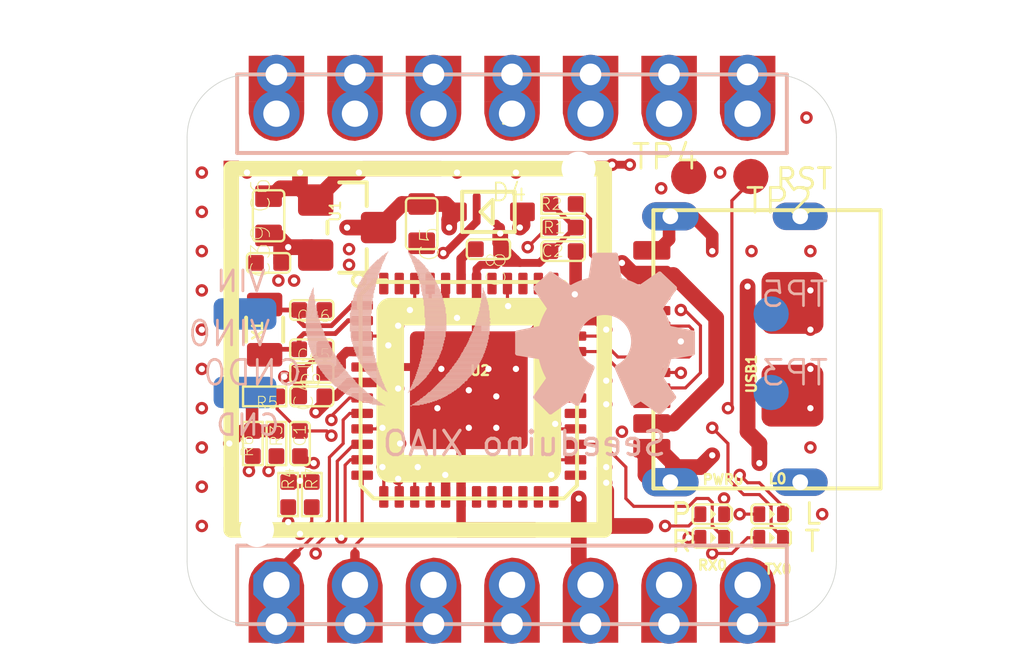
<source format=kicad_pcb>
(kicad_pcb (version 20221018) (generator pcbnew)
  (layers (0 "F.Cu" signal) (1 "In1.Cu" signal) (2 "In2.Cu" signal) (3 "In3.Cu" signal) (4 "In4.Cu" signal) (31 "B.Cu" signal) (34 "B.Paste" user) (35 "F.Paste" user) (36 "B.SilkS" user "B.Silkscreen") (37 "F.SilkS" user "F.Silkscreen") (38 "B.Mask" user) (39 "F.Mask" user) (44 "Edge.Cuts" user))
  (net 0 "")
  (net 1 "GND")
  (net 2 "3V3")
  (net 3 "USB_D-")
  (net 4 "USB_D+")
  (net 5 "RESET")
  (net 6 "N$3")
  (net 7 "PA17_W13")
  (net 8 "N$16")
  (net 9 "5V")
  (net 10 "PA31_SWDIO")
  (net 11 "PA30_SWCLK")
  (net 12 "N$1")
  (net 13 "N$2")
  (net 14 "N$5")
  (net 15 "N$7")
  (net 16 "N$11")
  (net 17 "PA02_A0_D0")
  (net 18 "PA4_A1_D1")
  (net 19 "PA10_A2_D2")
  (net 20 "N$4")
  (net 21 "PA8_A4_D4_SDA")
  (net 22 "PA9_A5_D5_SCL")
  (net 23 "PA6_A10_D10_MOSI")
  (net 24 "PA11_A3_D3")
  (net 25 "N$9")
  (net 26 "N$6")
  (net 27 "PB08_A6_D6_TX")
  (net 28 "PA19_TX_LED")
  (net 29 "PA18_RX_LED")
  (net 30 "PB09_A7_D7_RX")
  (net 31 "PA7_A8_D8_SCK")
  (net 32 "PA5_A9_D9_MISO")
  (net 33 "VBUS")
  (footprint "TP-D45MIL" (layer "F.Cu") (at 154.2241 99.4156)
    (fp_text reference "TP4")
    (fp_text value "" hide)
  )
  (footprint "R0402" (layer "F.Cu") (at 141.2701 109.7026 -90)
    (fp_text reference "R4")
    (fp_text value "1k")
  )
  (footprint "USB2.0-TYPE-C" (layer "F.Cu") (at 153.0811 105.0036 180)
    (fp_text reference "USB1")
    (fp_text value "")
  )
  (footprint "R0402" (layer "F.Cu") (at 140.5081 106.5276)
    (fp_text reference "R5")
    (fp_text value "10k")
  )
  (footprint "R0402" (layer "F.Cu") (at 142.0321 109.7026 -90)
    (fp_text reference "R7")
    (fp_text value "1k")
  )
  (footprint "LED-0402" (layer "F.Cu") (at 156.8911 110.3376)
    (fp_text reference "L0")
    (fp_text value "YELLOW")
  )
  (footprint "LED-0402" (layer "F.Cu") (at 154.9861 111.0996)
    (fp_text reference "RX0")
    (fp_text value "BLUE")
  )
  (footprint "C0402" (layer "F.Cu") (at 142.0321 103.7336 180)
    (fp_text reference "C46")
    (fp_text value "12pF")
  )
  (footprint "C0603" (layer "F.Cu") (at 145.5881 100.9396 90)
    (fp_text reference "C5")
    (fp_text value "10uF")
  )
  (footprint "LED-0402" (layer "F.Cu") (at 156.8911 111.0996)
    (fp_text reference "TX0")
    (fp_text value "BLUE")
  )
  (footprint "QFN48-7X7" (layer "F.Cu") (at 147.1121 106.3276)
    (fp_text reference "U2")
    (fp_text value "ATSAMD21G18-QFN48")
  )
  (footprint "H7-HALF-HOLE-2.54" (layer "F.Cu") (at 148.5091 112.6236 90)
    (fp_text reference "J4" hide)
    (fp_text value "DNP")
  )
  (footprint "H7-HALF-HOLE-2.54" (layer "F.Cu") (at 148.5091 97.3836 -90)
    (fp_text reference "J2")
    (fp_text value "DNP")
  )
  (footprint "R0402" (layer "F.Cu") (at 150.1601 100.3046)
    (fp_text reference "R2")
    (fp_text value "5.1k")
  )
  (footprint "X2-SMD-L2.0X1.2X0.55MM" (layer "F.Cu") (at 140.5081 104.3686 -90)
    (fp_text reference "X1")
    (fp_text value "32.768KHz")
  )
  (footprint "C0402" (layer "F.Cu") (at 141.6511 108.0516 -90)
    (fp_text reference "C1")
    (fp_text value "100nF")
  )
  (footprint "SOT-23" (layer "F.Cu") (at 143.1751 101.0666 -90)
    (fp_text reference "U1")
    (fp_text value "XC6206P332MR")
  )
  (footprint "SOD323" (layer "F.Cu") (at 147.7471 100.5586 180)
    (fp_text reference "D4")
    (fp_text value "B0540WS-7")
  )
  (footprint "C0402" (layer "F.Cu") (at 140.6351 102.2096)
    (fp_text reference "C39")
    (fp_text value "100nF")
  )
  (footprint "C0402" (layer "F.Cu") (at 142.0321 106.5276)
    (fp_text reference "C41")
    (fp_text value "100nF")
  )
  (footprint "SHIELDING-COVER-12.3X11.9X0.2MM" (layer "F.Cu") (at 145.4611 105.0036)
    (fp_text reference "MP1" hide)
    (fp_text value "" hide)
  )
  (footprint "LED-0402" (layer "F.Cu") (at 154.9861 110.3376)
    (fp_text reference "PWR0")
    (fp_text value "GREEN")
  )
  (footprint "R0402" (layer "F.Cu") (at 140.1271 108.0516 -90)
    (fp_text reference "R6")
    (fp_text value "1k")
  )
  (footprint "TP-D45MIL" (layer "F.Cu") (at 156.2341 99.4156 90)
    (fp_text reference "TP2")
    (fp_text value "" hide)
  )
  (footprint "C0402" (layer "F.Cu") (at 147.7471 101.7651 180)
    (fp_text reference "C8")
    (fp_text value "1uF")
  )
  (footprint "C0603" (layer "F.Cu") (at 140.6351 100.6856 -90)
    (fp_text reference "C6")
    (fp_text value "10uF")
  )
  (footprint "R0402" (layer "F.Cu") (at 140.8891 108.0516 -90)
    (fp_text reference "R3")
    (fp_text value "1k")
  )
  (footprint "C0402" (layer "F.Cu") (at 142.0321 105.0036 180)
    (fp_text reference "C45")
    (fp_text value "12pF")
  )
  (footprint "C0402" (layer "F.Cu") (at 150.1601 101.8286)
    (fp_text reference "C2")
    (fp_text value "100nF")
  )
  (footprint "R0402" (layer "F.Cu") (at 150.1601 101.0666)
    (fp_text reference "R1")
    (fp_text value "5.1k")
  )
  (footprint "C0402" (layer "F.Cu") (at 142.0321 105.7656)
    (fp_text reference "C9")
    (fp_text value "1uF")
  )
  (footprint "TP-D45MIL" (layer "B.Cu") (at 156.8911 103.8606 180)
    (fp_text reference "TP5")
    (fp_text value "" hide)
  )
  (footprint "OSHW_FILLX200_NOTEXT" (layer "B.Cu") (at 154.3511 107.0356 180)
    (fp_text reference "LOGO1" hide)
    (fp_text value "LOGO-OSHW-FILLX0200-NT" hide)
  )
  (footprint "TP-80X40MIL" (layer "B.Cu") (at 139.8731 106.4006 180)
    (fp_text reference "GND0")
    (fp_text value "" hide)
  )
  (footprint "TP-D45MIL" (layer "B.Cu") (at 156.8911 106.4006 180)
    (fp_text reference "TP3")
    (fp_text value "" hide)
  )
  (footprint "SEEED-SILK-280*268MIL" (layer "B.Cu") (at 144.8261 105.1306 180)
    (fp_text reference "U$3" hide)
    (fp_text value "LOGO-SEEED-BIG-SILK" hide)
  )
  (footprint "TP-80X40MIL" (layer "B.Cu") (at 139.8731 103.8606)
    (fp_text reference "VIN0")
    (fp_text value "" hide)
  )
  (gr_line (start 140.0331 113.8936) (end 156.9691 113.8936) (stroke (width 0.0254)) (layer "Edge.Cuts"))
  (gr_line (start 159.0011 111.8616) (end 159.0011 98.1456) (stroke (width 0.0254)) (layer "Edge.Cuts"))
  (gr_arc (start 159.0011 111.8616) (mid 158.405941 113.298441) (end 156.9691 113.8936) (stroke (width 0.0254)) (layer "Edge.Cuts"))
  (gr_line (start 156.9691 96.1136) (end 140.0331 96.1136) (stroke (width 0.0254)) (layer "Edge.Cuts"))
  (gr_line (start 138.0011 98.1456) (end 138.0011 111.8616) (stroke (width 0.0254)) (layer "Edge.Cuts"))
  (gr_arc (start 140.0331 113.8936) (mid 138.596259 113.298441) (end 138.0011 111.8616) (stroke (width 0.0254)) (layer "Edge.Cuts"))
  (gr_arc (start 138.0011 98.1456) (mid 138.596259 96.708759) (end 140.0331 96.1136) (stroke (width 0.0254)) (layer "Edge.Cuts"))
  (gr_arc (start 156.9691 96.1136) (mid 158.405941 96.708759) (end 159.0011 98.1456) (stroke (width 0.0254)) (layer "Edge.Cuts"))
  (gr_text "GND" (at 138.8825 107.061) (layer "B.SilkS") (effects (font (size 0.67056 0.67056) (thickness 0.09144)) (justify right top mirror)))
  (gr_text "VIN" (at 138.8825 102.4128) (layer "B.SilkS") (effects (font (size 0.67056 0.67056) (thickness 0.09144)) (justify right top mirror)))
  (gr_text "Seeeduino XIAO" (at 153.5637 108.5088) (layer "B.SilkS") (effects (font (size 0.78232 0.78232) (thickness 0.10668)) (justify left bottom mirror)))
  (gr_text "L" (at 157.9071 110.7186) (layer "F.SilkS") (effects (font (size 0.67056 0.67056) (thickness 0.09144)) (justify left bottom)))
  (gr_text "P" (at 153.5891 110.7186) (layer "F.SilkS") (effects (font (size 0.67056 0.67056) (thickness 0.09144)) (justify left bottom)))
  (gr_text "T" (at 157.9071 111.6076) (layer "F.SilkS") (effects (font (size 0.67056 0.67056) (thickness 0.09144)) (justify left bottom)))
  (gr_text "RST" (at 157.9579 99.4918) (layer "F.SilkS") (effects (font (size 0.67056 0.67056) (thickness 0.09144))))
  (gr_text "R" (at 153.5891 111.6076) (layer "F.SilkS") (effects (font (size 0.67056 0.67056) (thickness 0.09144)) (justify left bottom)))
  (segment (start 146.0841 105.7776) (end 146.2231 105.6386) (width 0.254) (layer "F.Cu") (net 1))
  (segment (start 147.4931 102.2731) (end 148.0011 102.2731) (width 0.254) (layer "F.Cu") (net 1))
  (segment (start 151.5571 110.5916) (end 151.6841 110.7186) (width 0.508) (layer "F.Cu") (net 1))
  (segment (start 141.0161 99.7966) (end 141.6511 99.7966) (width 0.508) (layer "F.Cu") (net 1))
  (segment (start 148.1281 101.0666) (end 148.0011 100.9396) (width 0.254) (layer "F.Cu") (net 1))
  (segment (start 148.1535 101.7651) (end 148.1535 101.219) (width 0.254) (layer "F.Cu") (net 1))
  (segment (start 153.0311 101.8036) (end 153.2331 101.8036) (width 0.4064) (layer "F.Cu") (net 1))
  (segment (start 143.5561 99.2886) (end 143.0481 99.2886) (width 0.508) (layer "F.Cu") (net 1))
  (segment (start 151.3091 109.8236) (end 151.3031 109.8296) (width 0.1016) (layer "F.Cu") (net 1))
  (segment (start 150.5411 101.0666) (end 149.7791 101.8286) (width 0.1524) (layer "F.Cu") (net 1))
  (segment (start 141.1431 105.8926) (end 141.4987 105.8926) (width 0.3048) (layer "F.Cu") (net 1))
  (segment (start 150.5411 101.0666) (end 149.7791 100.3046) (width 0.1524) (layer "F.Cu") (net 1))
  (segment (start 150.5621 104.0776) (end 151.2661 104.0776) (width 0.3048) (layer "F.Cu") (net 1))
  (segment (start 141.4987 105.8926) (end 141.6257 105.7656) (width 0.3048) (layer "F.Cu") (net 1))
  (segment (start 153.7161 109.3216) (end 153.0811 109.3216) (width 0.508) (layer "F.Cu") (net 1))
  (segment (start 147.3621 102.5946) (end 147.3621 102.4041) (width 0.254) (layer "F.Cu") (net 1))
  (segment (start 150.5665 101.0666) (end 150.5411 101.0666) (width 0.1524) (layer "F.Cu") (net 1))
  (segment (start 153.7161 108.6866) (end 153.7161 108.8136) (width 0.508) (layer "F.Cu") (net 1))
  (segment (start 140.7621 100.0506) (end 141.0161 99.7966) (width 0.508) (layer "F.Cu") (net 1))
  (segment (start 142.4385 105.0036) (end 142.4131 105.0036) (width 0.1524) (layer "F.Cu") (net 1))
  (segment (start 146.2866 101.8921) (end 146.3501 101.8921) (width 0.254) (layer "F.Cu") (net 1))
  (segment (start 148.7631 102.2096) (end 148.2551 102.2096) (width 0.254) (layer "F.Cu") (net 1))
  (segment (start 154.6051 108.8136) (end 153.7161 108.8136) (width 0.508) (layer "F.Cu") (net 1))
  (segment (start 141.6765 108.458) (end 141.9051 108.6866) (width 0.3048) (layer "F.Cu") (net 1))
  (segment (start 146.8621 107.7936) (end 147.1121 107.5436) (width 0.3048) (layer "F.Cu") (net 1))
  (segment (start 148.6361 102.0826) (end 148.2551 102.0826) (width 0.254) (layer "F.Cu") (net 1))
  (segment (start 148.3821 105.2576) (end 148.2551 105.2576) (width 0.3048) (layer "F.Cu") (net 1))
  (segment (start 148.1535 101.219) (end 148.1281 101.1936) (width 0.254) (layer "F.Cu") (net 1))
  (segment (start 148.1281 101.2571) (end 148.1281 101.1936) (width 0.3048) (layer "F.Cu") (net 1))
  (segment (start 154.9861 101.3206) (end 154.9861 101.8286) (width 0.4064) (layer "F.Cu") (net 1))
  (segment (start 143.6621 105.5776) (end 146.1621 105.5776) (width 0.254) (layer "F.Cu") (net 1))
  (segment (start 148.0011 102.2731) (end 148.1535 102.1207) (width 0.254) (layer "F.Cu") (net 1))
  (segment (start 151.2661 104.0776) (end 151.5571 104.3686) (width 0.3048) (layer "F.Cu") (net 1))
  (segment (start 149.7537 100.3046) (end 149.7791 100.3046) (width 0.1524) (layer "F.Cu") (net 1))
  (segment (start 142.0321 100.1776) (end 141.6511 99.7966) (width 0.508) (layer "F.Cu") (net 1))
  (segment (start 148.1535 101.7651) (end 148.1535 102.1207) (width 0.254) (layer "F.Cu") (net 1))
  (segment (start 141.9051 108.6866) (end 142.0321 108.6866) (width 0.3048) (layer "F.Cu") (net 1))
  (segment (start 141.6511 105.7656) (end 142.4131 105.0036) (width 0.1524) (layer "F.Cu") (net 1))
  (segment (start 148.1535 101.7651) (end 148.3186 101.7651) (width 0.254) (layer "F.Cu") (net 1))
  (segment (start 152.8271 108.4326) (end 152.7001 108.3056) (width 0.508) (layer "F.Cu") (net 1))
  (segment (start 148.1535 101.092) (end 148.1281 101.0666) (width 0.254) (layer "F.Cu") (net 1))
  (segment (start 154.3511 100.6856) (end 154.9861 101.3206) (width 0.4064) (layer "F.Cu") (net 1))
  (segment (start 154.6051 108.8136) (end 154.9861 108.4326) (width 0.508) (layer "F.Cu") (net 1))
  (segment (start 141.6511 99.7966) (end 141.6511 99.2886) (width 0.508) (layer "F.Cu") (net 1))
  (segment (start 148.7631 102.2096) (end 148.6361 102.0826) (width 0.254) (layer "F.Cu") (net 1))
  (segment (start 148.1535 101.7651) (end 148.1535 101.727) (width 0.254) (layer "F.Cu") (net 1))
  (segment (start 140.6351 100.0506) (end 140.7621 100.0506) (width 0.508) (layer "F.Cu") (net 1))
  (segment (start 151.6841 110.7186) (end 152.8271 110.7186) (width 0.508) (layer "F.Cu") (net 1))
  (segment (start 149.7537 101.854) (end 149.3981 102.2096) (width 0.254) (layer "F.Cu") (net 1))
  (segment (start 141.6511 108.458) (end 141.6765 108.458) (width 0.3048) (layer "F.Cu") (net 1))
  (segment (start 147.3661 100.8761) (end 147.3661 100.0506) (width 0.254) (layer "F.Cu") (net 1))
  (segment (start 149.7537 101.8286) (end 149.7537 101.854) (width 0.254) (layer "F.Cu") (net 1))
  (segment (start 149.7537 101.8286) (end 149.7791 101.8286) (width 0.1524) (layer "F.Cu") (net 1))
  (segment (start 146.8621 109.7776) (end 146.8621 107.7936) (width 0.3048) (layer "F.Cu") (net 1))
  (segment (start 151.4301 109.8296) (end 151.4876 109.8296) (width 0.1016) (layer "F.Cu") (net 1))
  (segment (start 153.5891 101.4476) (end 153.5891 100.6856) (width 0.4064) (layer "F.Cu") (net 1))
  (segment (start 150.5621 104.0776) (end 149.5621 104.0776) (width 0.3048) (layer "F.Cu") (net 1))
  (segment (start 142.1591 100.1776) (end 143.0481 99.2886) (width 0.508) (layer "F.Cu") (net 1))
  (segment (start 153.0811 109.3216) (end 152.8271 109.0676) (width 0.508) (layer "F.Cu") (net 1))
  (segment (start 153.5891 100.6856) (end 154.3511 100.6856) (width 0.4064) (layer "F.Cu") (net 1))
  (segment (start 147.3621 105.2536) (end 147.7471 105.6386) (width 0.3048) (layer "F.Cu") (net 1))
  (segment (start 151.5571 108.8136) (end 151.5571 109.5756) (width 0.1016) (layer "F.Cu") (net 1))
  (segment (start 141.6257 106.5276) (end 141.6257 105.791) (width 0.4064) (layer "F.Cu") (net 1))
  (segment (start 148.6361 102.0826) (end 148.3186 101.7651) (width 0.254) (layer "F.Cu") (net 1))
  (segment (start 146.8621 109.7776) (end 146.8621 110.7226) (width 0.3048) (layer "F.Cu") (net 1))
  (segment (start 153.2331 101.8036) (end 153.5891 101.4476) (width 0.4064) (layer "F.Cu") (net 1))
  (segment (start 148.2551 101.3206) (end 148.1535 101.219) (width 0.254) (layer "F.Cu") (net 1))
  (segment (start 146.3501 101.8921) (end 147.3661 100.8761) (width 0.254) (layer "F.Cu") (net 1))
  (segment (start 151.5571 109.8296) (end 151.4301 109.9566) (width 0.1016) (layer "F.Cu") (net 1))
  (segment (start 151.7476 99.0346) (end 152.3191 99.0346) (width 0.254) (layer "F.Cu") (net 1))
  (segment (start 149.3981 102.2096) (end 148.7631 102.2096) (width 0.254) (layer "F.Cu") (net 1))
  (segment (start 153.2331 108.2036) (end 153.7161 108.6866) (width 0.508) (layer "F.Cu") (net 1))
  (segment (start 148.1535 101.6762) (end 148.2551 101.5746) (width 0.254) (layer "F.Cu") (net 1))
  (segment (start 146.1621 105.5776) (end 146.2231 105.6386) (width 0.254) (layer "F.Cu") (net 1))
  (segment (start 147.3621 105.2536) (end 147.3621 105.3886) (width 0.3048) (layer "F.Cu") (net 1))
  (segment (start 147.3621 102.8776) (end 147.3621 105.2536) (width 0.3048) (layer "F.Cu") (net 1))
  (segment (start 148.1535 101.727) (end 148.0011 101.5746) (width 0.254) (layer "F.Cu") (net 1))
  (segment (start 151.5571 109.5756) (end 151.5571 110.5916) (width 0.508) (layer "F.Cu") (net 1))
  (segment (start 151.4876 109.8296) (end 151.4936 109.8236) (width 0.1016) (layer "F.Cu") (net 1))
  (segment (start 148.1281 101.1936) (end 148.1281 101.0666) (width 0.3048) (layer "F.Cu") (net 1))
  (segment (start 146.9851 110.8456) (end 148.0011 110.8456) (width 0.3048) (layer "F.Cu") (net 1))
  (segment (start 147.3621 102.8776) (end 147.3621 102.5946) (width 0.3048) (layer "F.Cu") (net 1))
  (segment (start 141.6257 105.7656) (end 141.6511 105.7656) (width 0.1524) (layer "F.Cu") (net 1))
  (segment (start 148.2551 101.5746) (end 148.2551 101.3206) (width 0.254) (layer "F.Cu") (net 1))
  (segment (start 151.5571 109.5756) (end 151.5571 109.8296) (width 0.1016) (layer "F.Cu") (net 1))
  (segment (start 149.5621 104.0776) (end 148.3821 105.2576) (width 0.3048) (layer "F.Cu") (net 1))
  (segment (start 151.4661 104.2776) (end 151.5571 104.3686) (width 0.3048) (layer "F.Cu") (net 1))
  (segment (start 151.4936 109.8236) (end 151.3091 109.8236) (width 0.1016) (layer "F.Cu") (net 1))
  (segment (start 153.7161 108.8136) (end 153.7161 109.3216) (width 0.508) (layer "F.Cu") (net 1))
  (segment (start 151.4301 109.9566) (end 151.4301 109.8296) (width 0.1016) (layer "F.Cu") (net 1))
  (segment (start 146.8621 110.7226) (end 146.9851 110.8456) (width 0.3048) (layer "F.Cu") (net 1))
  (segment (start 152.8271 109.0676) (end 152.8271 108.4326) (width 0.508) (layer "F.Cu") (net 1))
  (segment (start 148.1535 101.7651) (end 148.1535 101.6762) (width 0.254) (layer "F.Cu") (net 1))
  (segment (start 147.3621 102.4041) (end 147.4931 102.2731) (width 0.254) (layer "F.Cu") (net 1))
  (segment (start 153.0311 108.2036) (end 153.2331 108.2036) (width 0.508) (layer "F.Cu") (net 1))
  (segment (start 141.6257 105.791) (end 141.6511 105.7656) (width 0.4064) (layer "F.Cu") (net 1))
  (segment (start 142.1591 100.1776) (end 142.0321 100.1776) (width 0.508) (layer "F.Cu") (net 1))
  (segment (start 148.0011 101.5746) (end 148.0011 101.1936) (width 0.254) (layer "F.Cu") (net 1))
  (via blind (at 148.1281 101.2571) (size 0.4064) (drill 0.2032) (layers "F.Cu" "In1.Cu") (net 1))
  (via blind (at 151.5571 109.3216) (size 0.4064) (drill 0.2032) (layers "F.Cu" "In1.Cu") (net 1))
  (via blind (at 158.1611 106.9086) (size 0.4064) (drill 0.2032) (layers "F.Cu" "In1.Cu") (net 1))
  (via blind (at 143.5561 99.2886) (size 0.4064) (drill 0.2032) (layers "F.Cu" "In1.Cu") (net 1))
  (via blind (at 155.2401 99.2886) (size 0.4064) (drill 0.2032) (layers "F.Cu" "In1.Cu") (net 1))
  (via blind (at 147.1121 106.3276) (size 0.4064) (drill 0.2032) (layers "F.Cu" "In1.Cu") (net 1))
  (via blind (at 158.1611 101.8286) (size 0.4064) (drill 0.2032) (layers "F.Cu" "In1.Cu") (net 1))
  (via blind (at 142.0956 108.6866) (size 0.4064) (drill 0.2032) (layers "F.Cu" "In1.Cu") (net 1))
  (via blind (at 139.9366 99.2886) (size 0.4064) (drill 0.2032) (layers "F.Cu" "In1.Cu") (net 1))
  (via blind (at 158.1611 104.3686) (size 0.4064) (drill 0.2032) (layers "F.Cu" "In1.Cu") (net 1))
  (via blind (at 138.4761 100.5586) (size 0.4064) (drill 0.2032) (layers "F.Cu" "In1.Cu") (net 1))
  (via blind (at 148.0011 107.5436) (size 0.4064) (drill 0.2032) (layers "F.Cu" "In1.Cu") (net 1))
  (via blind (at 154.9861 101.8286) (size 0.4064) (drill 0.2032) (layers "F.Cu" "In1.Cu") (net 1))
  (via blind (at 146.2231 105.6386) (size 0.4064) (drill 0.2032) (layers "F.Cu" "In1.Cu") (net 1))
  (via blind (at 158.1611 108.1786) (size 0.4064) (drill 0.2032) (layers "F.Cu" "In1.Cu") (net 1))
  (via blind (at 148.0011 106.5276) (size 0.4064) (drill 0.2032) (layers "F.Cu" "In1.Cu") (net 1))
  (via blind (at 146.0961 106.9086) (size 0.4064) (drill 0.2032) (layers "F.Cu" "In1.Cu") (net 1))
  (via blind (at 138.4761 108.1786) (size 0.4064) (drill 0.2032) (layers "F.Cu" "In1.Cu") (net 1))
  (via blind (at 151.5571 106.7816) (size 0.4064) (drill 0.2032) (layers "F.Cu" "In1.Cu") (net 1))
  (via blind (at 141.1431 105.8926) (size 0.4064) (drill 0.2032) (layers "F.Cu" "In1.Cu") (net 1))
  (via blind (at 146.7311 99.2886) (size 0.4064) (drill 0.2032) (layers "F.Cu" "In1.Cu") (net 1))
  (via blind (at 138.4761 106.9086) (size 0.4064) (drill 0.2032) (layers "F.Cu" "In1.Cu") (net 1))
  (via blind (at 146.2866 101.8921) (size 0.4064) (drill 0.2032) (layers "F.Cu" "In1.Cu") (net 1))
  (via blind (at 151.7476 99.0346) (size 0.4064) (drill 0.2032) (layers "F.Cu" "In1.Cu") (net 1))
  (via blind (at 140.9526 102.7811) (size 0.4064) (drill 0.2032) (layers "F.Cu" "In1.Cu") (net 1))
  (via blind (at 156.2561 101.8286) (size 0.4064) (drill 0.2032) (layers "F.Cu" "In1.Cu") (net 1))
  (via blind (at 138.4761 104.3686) (size 0.4064) (drill 0.2032) (layers "F.Cu" "In1.Cu") (net 1))
  (via blind (at 148.6361 99.2886) (size 0.4064) (drill 0.2032) (layers "F.Cu" "In1.Cu") (net 1))
  (via blind (at 152.3191 99.0346) (size 0.4064) (drill 0.2032) (layers "F.Cu" "In1.Cu") (net 1))
  (via blind (at 141.4606 102.7811) (size 0.4064) (drill 0.2032) (layers "F.Cu" "In1.Cu") (net 1))
  (via blind (at 153.3351 99.7966) (size 0.4064) (drill 0.2032) (layers "F.Cu" "In1.Cu") (net 1))
  (via blind (at 143.2386 101.7651) (size 0.4064) (drill 0.2032) (layers "F.Cu" "In1.Cu") (net 1))
  (via blind (at 138.4761 99.2886) (size 0.4064) (drill 0.2032) (layers "F.Cu" "In1.Cu") (net 1))
  (via blind (at 138.4761 110.7186) (size 0.4064) (drill 0.2032) (layers "F.Cu" "In1.Cu") (net 1))
  (via blind (at 158.1611 103.0986) (size 0.4064) (drill 0.2032) (layers "F.Cu" "In1.Cu") (net 1))
  (via blind (at 158.1611 105.6386) (size 0.4064) (drill 0.2032) (layers "F.Cu" "In1.Cu") (net 1))
  (via blind (at 138.4761 105.6386) (size 0.4064) (drill 0.2032) (layers "F.Cu" "In1.Cu") (net 1))
  (via blind (at 152.0651 107.6706) (size 0.4064) (drill 0.2032) (layers "F.Cu" "In1.Cu") (net 1))
  (via blind (at 158.0341 97.5106) (size 0.4064) (drill 0.2032) (layers "F.Cu" "In1.Cu") (net 1))
  (via blind (at 147.1121 107.5436) (size 0.4064) (drill 0.2032) (layers "F.Cu" "In1.Cu") (net 1))
  (via blind (at 147.7471 105.6386) (size 0.4064) (drill 0.2032) (layers "F.Cu" "In1.Cu") (net 1))
  (via blind (at 138.4761 103.0986) (size 0.4064) (drill 0.2032) (layers "F.Cu" "In1.Cu") (net 1))
  (via blind (at 141.6511 99.2886) (size 0.4064) (drill 0.2032) (layers "F.Cu" "In1.Cu") (net 1))
  (via blind (at 158.5421 110.3376) (size 0.4064) (drill 0.2032) (layers "F.Cu" "In1.Cu") (net 1))
  (via blind (at 151.5571 108.8136) (size 0.4064) (drill 0.2032) (layers "F.Cu" "In1.Cu") (net 1))
  (via blind (at 138.4761 101.8286) (size 0.4064) (drill 0.2032) (layers "F.Cu" "In1.Cu") (net 1))
  (via blind (at 151.5571 104.3686) (size 0.4064) (drill 0.2032) (layers "F.Cu" "In1.Cu") (net 1))
  (via blind (at 155.3671 109.8296) (size 0.4064) (drill 0.2032) (layers "F.Cu" "In1.Cu") (net 1))
  (via blind (at 151.5571 106.0196) (size 0.4064) (drill 0.2032) (layers "F.Cu" "In1.Cu") (net 1))
  (via blind (at 148.6361 105.6386) (size 0.4064) (drill 0.2032) (layers "F.Cu" "In1.Cu") (net 1))
  (via blind (at 154.9861 108.4326) (size 0.4064) (drill 0.2032) (layers "F.Cu" "In1.Cu") (net 1))
  (via blind (at 138.4761 109.4486) (size 0.4064) (drill 0.2032) (layers "F.Cu" "In1.Cu") (net 1))
  (via blind (at 143.2386 102.2731) (size 0.4064) (drill 0.2032) (layers "F.Cu" "In1.Cu") (net 1))
  (segment (start 141.994 109.2581) (end 142.0321 109.2962) (width 0.4064) (layer "F.Cu") (net 2))
  (segment (start 150.5621 103.3736) (end 150.5621 103.2466) (width 0.4064) (layer "F.Cu") (net 2))
  (segment (start 150.5621 103.2466) (end 150.5411 103.2256) (width 0.4064) (layer "F.Cu") (net 2))
  (segment (start 146.3621 109.0796) (end 146.3501 109.0676) (width 0.3048) (layer "F.Cu") (net 2))
  (segment (start 150.6681 111.8616) (end 150.6681 109.8296) (width 0.508) (layer "F.Cu") (net 2))
  (segment (start 151.0491 112.6236) (end 151.0491 112.2426) (width 0.508) (layer "F.Cu") (net 2))
  (segment (start 140.6351 101.3206) (end 140.8891 101.3206) (width 0.508) (layer "F.Cu") (net 2))
  (segment (start 146.3621 109.7776) (end 146.3621 109.0796) (width 0.3048) (layer "F.Cu") (net 2))
  (segment (start 143.6621 106.0776) (end 144.6301 106.0776) (width 0.3048) (layer "F.Cu") (net 2))
  (segment (start 140.1017 107.6198) (end 140.1271 107.6452) (width 0.4064) (layer "F.Cu") (net 2))
  (segment (start 140.2795 107.6452) (end 140.2541 107.6706) (width 0.4064) (layer "F.Cu") (net 2))
  (segment (start 150.5621 103.5776) (end 150.5621 103.3736) (width 0.3048) (layer "F.Cu") (net 2))
  (segment (start 151.0491 112.2426) (end 150.6681 111.8616) (width 0.508) (layer "F.Cu") (net 2))
  (segment (start 142.0321 101.7016) (end 141.2701 101.7016) (width 0.508) (layer "F.Cu") (net 2))
  (segment (start 141.613 109.2962) (end 141.6511 109.2581) (width 0.4064) (layer "F.Cu") (net 2))
  (segment (start 140.2541 107.6706) (end 140.1525 107.6706) (width 0.4064) (layer "F.Cu") (net 2))
  (segment (start 141.2701 109.2962) (end 141.613 109.2962) (width 0.4064) (layer "F.Cu") (net 2))
  (segment (start 142.4385 106.7562) (end 142.1591 107.0356) (width 0.4064) (layer "F.Cu") (net 2))
  (segment (start 150.5665 103.2002) (end 150.5411 103.2256) (width 0.4064) (layer "F.Cu") (net 2))
  (segment (start 142.4385 106.5276) (end 142.4385 106.7562) (width 0.4064) (layer "F.Cu") (net 2))
  (segment (start 144.6301 106.0776) (end 144.8261 106.2736) (width 0.3048) (layer "F.Cu") (net 2))
  (segment (start 140.8891 107.6452) (end 140.2795 107.6452) (width 0.4064) (layer "F.Cu") (net 2))
  (segment (start 146.3621 103.6186) (end 146.7311 103.9876) (width 0.254) (layer "F.Cu") (net 2))
  (segment (start 141.0415 101.473) (end 141.2701 101.7016) (width 0.508) (layer "F.Cu") (net 2))
  (segment (start 140.1525 107.6706) (end 140.1271 107.6452) (width 0.4064) (layer "F.Cu") (net 2))
  (segment (start 144.8221 106.2776) (end 144.8261 106.2736) (width 0.3048) (layer "F.Cu") (net 2))
  (segment (start 141.6511 109.2581) (end 141.994 109.2581) (width 0.4064) (layer "F.Cu") (net 2))
  (segment (start 150.5665 101.8286) (end 150.5665 103.2002) (width 0.4064) (layer "F.Cu") (net 2))
  (segment (start 141.0415 101.473) (end 140.8891 101.3206) (width 0.508) (layer "F.Cu") (net 2))
  (segment (start 143.6621 106.0776) (end 143.2441 106.0776) (width 0.3048) (layer "F.Cu") (net 2))
  (segment (start 139.7715 107.6452) (end 139.3651 108.0516) (width 0.4064) (layer "F.Cu") (net 2))
  (segment (start 140.1017 106.5276) (end 140.1017 107.6198) (width 0.4064) (layer "F.Cu") (net 2))
  (segment (start 140.1271 107.6452) (end 139.7715 107.6452) (width 0.4064) (layer "F.Cu") (net 2))
  (segment (start 142.1591 101.9556) (end 142.1591 101.8286) (width 0.508) (layer "F.Cu") (net 2))
  (segment (start 146.3621 102.8776) (end 146.3621 103.6186) (width 0.254) (layer "F.Cu") (net 2))
  (segment (start 142.1591 101.8286) (end 142.0321 101.7016) (width 0.508) (layer "F.Cu") (net 2))
  (segment (start 142.7941 106.5276) (end 143.2441 106.0776) (width 0.3048) (layer "F.Cu") (net 2))
  (segment (start 142.4131 106.5276) (end 142.7941 106.5276) (width 0.3048) (layer "F.Cu") (net 2))
  (segment (start 142.4385 106.5276) (end 142.4131 106.5276) (width 0.1016) (layer "F.Cu") (net 2))
  (segment (start 141.0415 101.9302) (end 141.0415 101.473) (width 0.508) (layer "F.Cu") (net 2))
  (segment (start 141.0415 102.2096) (end 141.0415 101.9302) (width 0.508) (layer "F.Cu") (net 2))
  (segment (start 141.0415 101.9302) (end 141.2701 101.7016) (width 0.508) (layer "F.Cu") (net 2))
  (via blind (at 146.3501 109.0676) (size 0.4064) (drill 0.2032) (layers "F.Cu" "In1.Cu") (net 2))
  (via blind (at 144.8261 106.2736) (size 0.4064) (drill 0.2032) (layers "F.Cu" "In1.Cu") (net 2))
  (via blind (at 146.7311 103.9876) (size 0.4064) (drill 0.2032) (layers "F.Cu" "In1.Cu") (net 2))
  (via blind (at 150.5411 103.2256) (size 0.4064) (drill 0.2032) (layers "F.Cu" "In1.Cu") (net 2))
  (via blind (at 141.2701 101.7016) (size 0.4064) (drill 0.2032) (layers "F.Cu" "In1.Cu") (net 2))
  (via blind (at 141.6511 109.2581) (size 0.4064) (drill 0.2032) (layers "F.Cu" "In1.Cu") (net 2))
  (via blind (at 150.6681 109.8296) (size 0.4064) (drill 0.2032) (layers "F.Cu" "In1.Cu") (net 2))
  (via blind (at 139.3651 108.0516) (size 0.4064) (drill 0.2032) (layers "F.Cu" "In1.Cu") (net 2))
  (via blind (at 142.1591 107.0356) (size 0.4064) (drill 0.2032) (layers "F.Cu" "In1.Cu") (net 2))
  (segment (start 151.3771 105.0776) (end 151.5771 105.2776) (width 0.1016) (layer "F.Cu") (net 3))
  (segment (start 153.0311 104.7536) (end 153.9661 104.7536) (width 0.1016) (layer "F.Cu") (net 3))
  (segment (start 153.9581 105.7536) (end 153.9701 105.7656) (width 0.1016) (layer "F.Cu") (net 3))
  (segment (start 150.5621 105.0776) (end 151.3771 105.0776) (width 0.1016) (layer "F.Cu") (net 3))
  (segment (start 153.0311 105.7536) (end 153.9581 105.7536) (width 0.1016) (layer "F.Cu") (net 3))
  (segment (start 151.6841 105.3846) (end 152.0531 105.7536) (width 0.1016) (layer "F.Cu") (net 3))
  (segment (start 153.0311 105.7536) (end 152.0531 105.7536) (width 0.1016) (layer "F.Cu") (net 3))
  (segment (start 153.9661 104.7536) (end 153.9701 104.7496) (width 0.1016) (layer "F.Cu") (net 3))
  (segment (start 151.5771 105.2776) (end 151.6841 105.3846) (width 0.1016) (layer "F.Cu") (net 3))
  (via blind (at 153.9701 104.7496) (size 0.4064) (drill 0.2032) (layers "F.Cu" "In1.Cu") (net 3))
  (via blind (at 153.9701 105.7656) (size 0.4064) (drill 0.2032) (layers "F.Cu" "In1.Cu") (net 3))
  (segment (start 153.0311 105.2536) (end 154.2281 105.2536) (width 0.1016) (layer "F.Cu") (net 4))
  (segment (start 151.9341 105.2536) (end 151.2581 104.5776) (width 0.1016) (layer "F.Cu") (net 4))
  (segment (start 153.0311 104.2536) (end 154.2361 104.2536) (width 0.1016) (layer "F.Cu") (net 4))
  (segment (start 154.2361 104.2536) (end 154.3511 104.3686) (width 0.1016) (layer "F.Cu") (net 4))
  (segment (start 154.2281 105.2536) (end 154.3511 105.1306) (width 0.1016) (layer "F.Cu") (net 4))
  (segment (start 154.3511 105.1306) (end 154.3511 104.3686) (width 0.1016) (layer "F.Cu") (net 4))
  (segment (start 150.5621 104.5776) (end 151.2581 104.5776) (width 0.1016) (layer "F.Cu") (net 4))
  (segment (start 153.0311 105.2536) (end 151.9341 105.2536) (width 0.1016) (layer "F.Cu") (net 4))
  (segment (start 156.2341 99.581379) (end 156.2341 99.4156) (width 0.1016) (layer "F.Cu") (net 5))
  (segment (start 140.9145 106.934) (end 141.6257 107.6452) (width 0.1016) (layer "F.Cu") (net 5))
  (segment (start 155.6211 106.7816) (end 155.6211 100.194379) (width 0.1016) (layer "F.Cu") (net 5))
  (segment (start 155.6211 100.194379) (end 156.2341 99.581379) (width 0.1016) (layer "F.Cu") (net 5))
  (segment (start 148.3621 103.5866) (end 148.3821 103.6066) (width 0.1016) (layer "F.Cu") (net 5))
  (segment (start 148.3621 102.8776) (end 148.3621 103.5866) (width 0.1016) (layer "F.Cu") (net 5))
  (segment (start 141.6511 107.6452) (end 142.5147 107.6452) (width 0.1016) (layer "F.Cu") (net 5))
  (segment (start 141.6511 107.6452) (end 141.6257 107.6452) (width 0.1016) (layer "F.Cu") (net 5))
  (segment (start 142.5147 107.6452) (end 142.6671 107.7976) (width 0.1016) (layer "F.Cu") (net 5))
  (segment (start 155.4941 106.9086) (end 155.6211 106.7816) (width 0.1016) (layer "F.Cu") (net 5))
  (segment (start 140.9145 106.5276) (end 140.9145 106.934) (width 0.1016) (layer "F.Cu") (net 5))
  (via blind (at 148.3821 103.6066) (size 0.4064) (drill 0.2032) (layers "F.Cu" "In1.Cu") (net 5))
  (via blind (at 155.4941 106.9086) (size 0.4064) (drill 0.2032) (layers "F.Cu" "In1.Cu") (net 5))
  (via blind (at 142.6671 107.7976) (size 0.4064) (drill 0.2032) (layers "F.Cu" "In1.Cu") (net 5))
  (segment (start 146.8621 102.8776) (end 146.8621 102.0786) (width 0.3048) (layer "F.Cu") (net 6))
  (segment (start 147.0486 101.8921) (end 147.1121 101.8286) (width 0.3048) (layer "F.Cu") (net 6))
  (segment (start 147.1756 101.7651) (end 147.1121 101.8286) (width 0.3048) (layer "F.Cu") (net 6))
  (segment (start 147.3407 101.7651) (end 147.1756 101.7651) (width 0.3048) (layer "F.Cu") (net 6))
  (segment (start 146.8621 102.0786) (end 147.0486 101.8921) (width 0.3048) (layer "F.Cu") (net 6))
  (segment (start 150.5621 108.5776) (end 150.0151 108.5776) (width 0.1016) (layer "F.Cu") (net 7))
  (segment (start 157.2741 110.0856) (end 156.5101 109.3216) (width 0.1016) (layer "F.Cu") (net 7))
  (segment (start 150.0151 108.5776) (end 149.7791 108.8136) (width 0.1016) (layer "F.Cu") (net 7))
  (segment (start 157.2741 110.3376) (end 157.2741 110.0856) (width 0.1016) (layer "F.Cu") (net 7))
  (segment (start 156.1291 109.3216) (end 155.8751 109.0676) (width 0.1016) (layer "F.Cu") (net 7))
  (segment (start 149.7791 108.8136) (end 149.7791 109.0676) (width 0.1016) (layer "F.Cu") (net 7))
  (segment (start 156.5101 109.3216) (end 156.1291 109.3216) (width 0.1016) (layer "F.Cu") (net 7))
  (via blind (at 155.8751 109.0676) (size 0.4064) (drill 0.2032) (layers "F.Cu" "In1.Cu") (net 7))
  (via blind (at 149.7791 109.0676) (size 0.4064) (drill 0.2032) (layers "F.Cu" "In1.Cu") (net 7))
  (segment (start 154.2241 110.7186) (end 153.4621 110.7186) (width 0.1016) (layer "F.Cu") (net 8))
  (segment (start 140.1271 108.458) (end 140.1271 108.8136) (width 0.1016) (layer "F.Cu") (net 8))
  (segment (start 154.6031 110.3396) (end 154.2241 110.7186) (width 0.1016) (layer "F.Cu") (net 8))
  (segment (start 154.6031 110.3376) (end 154.6031 110.3396) (width 0.1016) (layer "F.Cu") (net 8))
  (segment (start 140.1271 108.8136) (end 140.0001 108.9406) (width 0.1016) (layer "F.Cu") (net 8))
  (via blind (at 140.0001 108.9406) (size 0.4064) (drill 0.2032) (layers "F.Cu" "In1.Cu") (net 8))
  (via blind (at 153.4621 110.7186) (size 0.4064) (drill 0.2032) (layers "F.Cu" "In1.Cu") (net 8))
  (segment (start 145.5881 100.3046) (end 146.3501 100.3046) (width 0.508) (layer "F.Cu") (net 9))
  (segment (start 146.6041 100.6856) (end 146.4771 100.8126) (width 0.508) (layer "F.Cu") (net 9))
  (segment (start 145.5881 100.3046) (end 144.9531 100.3046) (width 0.508) (layer "F.Cu") (net 9))
  (segment (start 146.4771 100.8126) (end 146.4771 101.0666) (width 0.508) (layer "F.Cu") (net 9))
  (segment (start 156.5101 108.0516) (end 156.5101 108.6866) (width 0.508) (layer "F.Cu") (net 9))
  (segment (start 156.5101 108.0516) (end 156.1291 107.6706) (width 0.508) (layer "F.Cu") (net 9))
  (segment (start 146.6041 100.5586) (end 146.6471 100.5586) (width 0.508) (layer "F.Cu") (net 9))
  (segment (start 156.1291 107.6706) (end 156.1291 102.9716) (width 0.508) (layer "F.Cu") (net 9))
  (segment (start 146.3501 100.3046) (end 146.6041 100.5586) (width 0.508) (layer "F.Cu") (net 9))
  (segment (start 144.9531 100.3046) (end 144.1911 101.0666) (width 0.508) (layer "F.Cu") (net 9))
  (segment (start 146.6041 100.5586) (end 146.6041 100.6856) (width 0.508) (layer "F.Cu") (net 9))
  (segment (start 144.1911 101.0666) (end 143.1751 101.0666) (width 0.508) (layer "F.Cu") (net 9))
  (via blind (at 146.4771 101.0666) (size 0.4064) (drill 0.2032) (layers "F.Cu" "In1.Cu") (net 9))
  (via blind (at 143.1751 101.0666) (size 0.4064) (drill 0.2032) (layers "F.Cu" "In1.Cu") (net 9))
  (via blind (at 156.5101 108.6866) (size 0.4064) (drill 0.2032) (layers "F.Cu" "In1.Cu") (net 9))
  (via blind (at 156.1291 102.9716) (size 0.4064) (drill 0.2032) (layers "F.Cu" "In1.Cu") (net 9))
  (segment (start 145.3621 102.8776) (end 145.3621 103.5786) (width 0.1016) (layer "F.Cu") (net 10))
  (segment (start 145.3621 103.5786) (end 145.2071 103.7336) (width 0.1016) (layer "F.Cu") (net 10))
  (via blind (at 145.2071 103.7336) (size 0.4064) (drill 0.2032) (layers "F.Cu" "In1.Cu") (net 10))
  (segment (start 144.9531 104.1146) (end 144.8261 104.2416) (width 0.1016) (layer "F.Cu") (net 11))
  (segment (start 145.8621 102.8776) (end 145.8621 103.7136) (width 0.1016) (layer "F.Cu") (net 11))
  (segment (start 145.8621 103.7136) (end 145.4611 104.1146) (width 0.1016) (layer "F.Cu") (net 11))
  (segment (start 145.4611 104.1146) (end 144.9531 104.1146) (width 0.1016) (layer "F.Cu") (net 11))
  (via blind (at 144.8261 104.2416) (size 0.4064) (drill 0.2032) (layers "F.Cu" "In1.Cu") (net 11))
  (segment (start 154.1171 106.2536) (end 154.6051 105.7656) (width 0.1016) (layer "F.Cu") (net 12))
  (segment (start 154.0971 103.7336) (end 153.9701 103.7336) (width 0.1016) (layer "F.Cu") (net 12))
  (segment (start 149.6267 101.092) (end 149.0171 101.7016) (width 0.1016) (layer "F.Cu") (net 12))
  (segment (start 153.0311 106.2536) (end 154.1171 106.2536) (width 0.1016) (layer "F.Cu") (net 12))
  (segment (start 149.7537 101.0666) (end 149.7537 101.092) (width 0.1016) (layer "F.Cu") (net 12))
  (segment (start 154.6051 104.2416) (end 154.0971 103.7336) (width 0.1016) (layer "F.Cu") (net 12))
  (segment (start 149.7537 101.092) (end 149.6267 101.092) (width 0.1016) (layer "F.Cu") (net 12))
  (segment (start 154.6051 105.7656) (end 154.6051 104.2416) (width 0.1016) (layer "F.Cu") (net 12))
  (via blind (at 153.9701 103.7336) (size 0.4064) (drill 0.2032) (layers "F.Cu" "In1.Cu") (net 12))
  (via blind (at 149.0171 101.7016) (size 0.4064) (drill 0.2032) (layers "F.Cu" "In1.Cu") (net 12))
  (segment (start 151.0491 100.7872) (end 150.5665 100.3046) (width 0.1016) (layer "F.Cu") (net 13))
  (segment (start 152.3471 103.2536) (end 151.0491 101.9556) (width 0.1016) (layer "F.Cu") (net 13))
  (segment (start 153.0311 103.2536) (end 152.3471 103.2536) (width 0.1016) (layer "F.Cu") (net 13))
  (segment (start 151.0491 101.9556) (end 151.0491 100.7872) (width 0.1016) (layer "F.Cu") (net 13))
  (segment (start 156.5081 110.3356) (end 155.8771 110.3356) (width 0.1016) (layer "F.Cu") (net 14))
  (segment (start 140.8891 108.6866) (end 140.6351 108.9406) (width 0.1016) (layer "F.Cu") (net 14))
  (segment (start 156.5081 110.3376) (end 156.5081 110.3356) (width 0.1016) (layer "F.Cu") (net 14))
  (segment (start 155.8771 110.3356) (end 155.8751 110.3376) (width 0.1016) (layer "F.Cu") (net 14))
  (segment (start 140.8891 108.458) (end 140.8891 108.6866) (width 0.1016) (layer "F.Cu") (net 14))
  (via blind (at 140.6351 108.9406) (size 0.4064) (drill 0.2032) (layers "F.Cu" "In1.Cu") (net 14))
  (via blind (at 155.8751 110.3376) (size 0.4064) (drill 0.2032) (layers "F.Cu" "In1.Cu") (net 14))
  (segment (start 142.7941 104.4956) (end 143.2121 104.0776) (width 0.1524) (layer "F.Cu") (net 15))
  (segment (start 140.6859 105.0036) (end 140.5081 105.1814) (width 0.1524) (layer "F.Cu") (net 15))
  (segment (start 141.6257 105.0036) (end 140.6859 105.0036) (width 0.1524) (layer "F.Cu") (net 15))
  (segment (start 141.6257 105.0036) (end 141.6257 104.648) (width 0.1524) (layer "F.Cu") (net 15))
  (segment (start 141.7781 104.4956) (end 141.6257 104.648) (width 0.1524) (layer "F.Cu") (net 15))
  (segment (start 143.6621 104.0776) (end 143.2121 104.0776) (width 0.1524) (layer "F.Cu") (net 15))
  (segment (start 142.7941 104.4956) (end 141.7781 104.4956) (width 0.1524) (layer "F.Cu") (net 15))
  (segment (start 143.3311 103.5776) (end 142.6671 104.2416) (width 0.1524) (layer "F.Cu") (net 16))
  (segment (start 141.7781 104.2416) (end 141.6257 104.0892) (width 0.1524) (layer "F.Cu") (net 16))
  (segment (start 141.6257 103.7336) (end 141.6257 104.0892) (width 0.1524) (layer "F.Cu") (net 16))
  (segment (start 141.6257 103.7336) (end 140.6859 103.7336) (width 0.1524) (layer "F.Cu") (net 16))
  (segment (start 140.6859 103.7336) (end 140.5081 103.5558) (width 0.1524) (layer "F.Cu") (net 16))
  (segment (start 143.6621 103.5776) (end 143.3311 103.5776) (width 0.1524) (layer "F.Cu") (net 16))
  (segment (start 142.6671 104.2416) (end 141.7781 104.2416) (width 0.1524) (layer "F.Cu") (net 16))
  (segment (start 143.6621 104.5776) (end 144.2096 104.5776) (width 0.1016) (layer "F.Cu") (net 17))
  (segment (start 144.2096 104.5776) (end 144.5086 104.8766) (width 0.1016) (layer "F.Cu") (net 17))
  (via blind (at 144.5086 104.8766) (size 0.4064) (drill 0.2032) (layers "F.Cu" "In1.Cu") (net 17))
  (segment (start 144.2841 107.5776) (end 144.3181 107.5436) (width 0.1016) (layer "F.Cu") (net 18))
  (segment (start 143.6621 107.5776) (end 144.2841 107.5776) (width 0.1016) (layer "F.Cu") (net 18))
  (via blind (at 144.3181 107.5436) (size 0.4064) (drill 0.2032) (layers "F.Cu" "In1.Cu") (net 18))
  (segment (start 145.3621 109.2226) (end 144.8896 108.7501) (width 0.1016) (layer "F.Cu") (net 19))
  (segment (start 144.8896 108.0516) (end 144.8896 108.7501) (width 0.1016) (layer "F.Cu") (net 19))
  (segment (start 145.3621 109.7776) (end 145.3621 109.2226) (width 0.1016) (layer "F.Cu") (net 19))
  (via blind (at 144.8896 108.0516) (size 0.4064) (drill 0.2032) (layers "F.Cu" "In1.Cu") (net 19))
  (segment (start 142.7941 105.7656) (end 142.9846 105.5751) (width 0.3048) (layer "F.Cu") (net 20))
  (segment (start 142.9846 105.5751) (end 142.9846 105.2576) (width 0.3048) (layer "F.Cu") (net 20))
  (segment (start 143.1646 105.0776) (end 143.1116 105.1306) (width 0.3048) (layer "F.Cu") (net 20))
  (segment (start 142.4385 105.7656) (end 142.7941 105.7656) (width 0.3048) (layer "F.Cu") (net 20))
  (segment (start 142.9846 105.2576) (end 143.07985 105.16235) (width 0.3048) (layer "F.Cu") (net 20))
  (segment (start 143.6621 105.0776) (end 143.1646 105.0776) (width 0.3048) (layer "F.Cu") (net 20))
  (segment (start 143.07985 105.16235) (end 143.1116 105.1306) (width 0.3048) (layer "F.Cu") (net 20))
  (segment (start 144.3621 108.8576) (end 144.3181 108.8136) (width 0.1016) (layer "F.Cu") (net 21))
  (segment (start 144.3621 109.7776) (end 144.3621 108.8576) (width 0.1016) (layer "F.Cu") (net 21))
  (via blind (at 144.3181 108.8136) (size 0.4064) (drill 0.2032) (layers "F.Cu" "In1.Cu") (net 21))
  (segment (start 144.8621 109.7776) (end 144.8621 109.2306) (width 0.1016) (layer "F.Cu") (net 22))
  (segment (start 144.8621 109.2306) (end 144.8261 109.1946) (width 0.1016) (layer "F.Cu") (net 22))
  (via blind (at 144.8261 109.1946) (size 0.4064) (drill 0.2032) (layers "F.Cu" "In1.Cu") (net 22))
  (segment (start 143.1116 108.7501) (end 143.1116 110.9726) (width 0.1016) (layer "F.Cu") (net 23))
  (segment (start 143.2841 108.5776) (end 143.1116 108.7501) (width 0.1016) (layer "F.Cu") (net 23))
  (segment (start 143.1116 110.9726) (end 142.9846 111.0996) (width 0.1016) (layer "F.Cu") (net 23))
  (segment (start 143.6621 108.5776) (end 143.2841 108.5776) (width 0.1016) (layer "F.Cu") (net 23))
  (via blind (at 142.9846 111.0996) (size 0.4064) (drill 0.2032) (layers "F.Cu" "In1.Cu") (net 23))
  (segment (start 145.8621 109.7776) (end 145.8621 109.2146) (width 0.1016) (layer "F.Cu") (net 24))
  (segment (start 145.8621 109.2146) (end 145.4611 108.8136) (width 0.1016) (layer "F.Cu") (net 24))
  (via blind (at 145.4611 108.8136) (size 0.4064) (drill 0.2032) (layers "F.Cu" "In1.Cu") (net 24))
  (segment (start 154.6031 111.0996) (end 154.2241 111.0996) (width 0.1016) (layer "F.Cu") (net 25))
  (segment (start 141.2701 110.109) (end 141.2701 110.5916) (width 0.1016) (layer "F.Cu") (net 25))
  (via blind (at 141.2701 110.5916) (size 0.4064) (drill 0.2032) (layers "F.Cu" "In1.Cu") (net 25))
  (via blind (at 154.2241 111.0996) (size 0.4064) (drill 0.2032) (layers "F.Cu" "In1.Cu") (net 25))
  (segment (start 142.0321 110.109) (end 142.0321 110.5916) (width 0.1016) (layer "F.Cu") (net 26))
  (segment (start 155.6211 111.6076) (end 154.9861 111.6076) (width 0.1016) (layer "F.Cu") (net 26))
  (segment (start 142.0321 110.5916) (end 141.6511 110.9726) (width 0.1016) (layer "F.Cu") (net 26))
  (segment (start 156.1291 111.0996) (end 155.6211 111.6076) (width 0.1016) (layer "F.Cu") (net 26))
  (segment (start 156.5081 111.0996) (end 156.1291 111.0996) (width 0.1016) (layer "F.Cu") (net 26))
  (via blind (at 154.9861 111.6076) (size 0.4064) (drill 0.2032) (layers "F.Cu" "In1.Cu") (net 26))
  (via blind (at 141.6511 110.9726) (size 0.4064) (drill 0.2032) (layers "F.Cu" "In1.Cu") (net 26))
  (segment (start 143.2521 106.5776) (end 142.6671 107.1626) (width 0.1016) (layer "F.Cu") (net 27))
  (segment (start 143.6621 106.5776) (end 143.2521 106.5776) (width 0.1016) (layer "F.Cu") (net 27))
  (segment (start 142.6671 107.1626) (end 142.6671 107.2896) (width 0.1016) (layer "F.Cu") (net 27))
  (via blind (at 142.6671 107.2896) (size 0.4064) (drill 0.2032) (layers "F.Cu" "In1.Cu") (net 27))
  (segment (start 156.8911 110.7186) (end 156.8911 110.0836) (width 0.1016) (layer "F.Cu") (net 28))
  (segment (start 156.5101 109.7026) (end 156.0021 109.7026) (width 0.1016) (layer "F.Cu") (net 28))
  (segment (start 150.0671 107.5776) (end 149.9061 107.4166) (width 0.1016) (layer "F.Cu") (net 28))
  (segment (start 157.2741 111.0996) (end 157.2721 111.0996) (width 0.1016) (layer "F.Cu") (net 28))
  (segment (start 150.5621 107.5776) (end 150.0671 107.5776) (width 0.1016) (layer "F.Cu") (net 28))
  (segment (start 156.8911 110.0836) (end 156.5101 109.7026) (width 0.1016) (layer "F.Cu") (net 28))
  (segment (start 156.0021 109.7026) (end 155.4941 109.1946) (width 0.1016) (layer "F.Cu") (net 28))
  (segment (start 157.2721 111.0996) (end 156.8911 110.7186) (width 0.1016) (layer "F.Cu") (net 28))
  (segment (start 155.4941 109.1946) (end 155.4941 108.0516) (width 0.1016) (layer "F.Cu") (net 28))
  (segment (start 155.4941 108.0516) (end 154.9861 107.5436) (width 0.1016) (layer "F.Cu") (net 28))
  (via blind (at 149.9061 107.4166) (size 0.4064) (drill 0.2032) (layers "F.Cu" "In1.Cu") (net 28))
  (via blind (at 154.9861 107.5436) (size 0.4064) (drill 0.2032) (layers "F.Cu" "In1.Cu") (net 28))
  (segment (start 151.4561 108.0776) (end 152.1921 108.8136) (width 0.1016) (layer "F.Cu") (net 29))
  (segment (start 154.2241 110.0836) (end 152.4461 110.0836) (width 0.1016) (layer "F.Cu") (net 29))
  (segment (start 155.3691 111.0996) (end 155.3671 111.0996) (width 0.1016) (layer "F.Cu") (net 29))
  (segment (start 154.9861 110.7186) (end 154.9861 109.9566) (width 0.1016) (layer "F.Cu") (net 29))
  (segment (start 154.4781 109.8296) (end 154.2241 110.0836) (width 0.1016) (layer "F.Cu") (net 29))
  (segment (start 154.9861 109.9566) (end 154.8591 109.8296) (width 0.1016) (layer "F.Cu") (net 29))
  (segment (start 150.5621 108.0776) (end 151.4561 108.0776) (width 0.1016) (layer "F.Cu") (net 29))
  (segment (start 155.3671 111.0996) (end 154.9861 110.7186) (width 0.1016) (layer "F.Cu") (net 29))
  (segment (start 154.8591 109.8296) (end 154.4781 109.8296) (width 0.1016) (layer "F.Cu") (net 29))
  (segment (start 152.1921 109.8296) (end 152.1921 108.8136) (width 0.1016) (layer "F.Cu") (net 29))
  (segment (start 152.4461 110.0836) (end 152.1921 109.8296) (width 0.1016) (layer "F.Cu") (net 29))
  (segment (start 143.0481 108.0516) (end 142.6036 108.4961) (width 0.1016) (layer "F.Cu") (net 30))
  (segment (start 142.6036 108.4961) (end 142.6036 110.5281) (width 0.1016) (layer "F.Cu") (net 30))
  (segment (start 143.6621 107.0776) (end 143.2601 107.0776) (width 0.1016) (layer "F.Cu") (net 30))
  (segment (start 140.8891 112.2426) (end 141.1431 111.9886) (width 0.1016) (layer "F.Cu") (net 30))
  (segment (start 141.1431 111.9886) (end 141.5241 111.6076) (width 0.3048) (layer "F.Cu") (net 30))
  (segment (start 141.5241 111.6076) (end 142.6036 110.5281) (width 0.1016) (layer "F.Cu") (net 30))
  (segment (start 143.0481 107.2896) (end 143.0481 108.0516) (width 0.1016) (layer "F.Cu") (net 30))
  (segment (start 140.8891 112.2426) (end 140.8891 112.6236) (width 0.3048) (layer "F.Cu") (net 30))
  (segment (start 143.2601 107.0776) (end 143.0481 107.2896) (width 0.1016) (layer "F.Cu") (net 30))
  (segment (start 143.4291 111.3536) (end 143.6621 111.1206) (width 0.1016) (layer "F.Cu") (net 31))
  (segment (start 143.4291 111.6076) (end 143.4291 111.3536) (width 0.1016) (layer "F.Cu") (net 31))
  (segment (start 143.4291 112.6236) (end 143.4291 111.6076) (width 0.3048) (layer "F.Cu") (net 31))
  (segment (start 143.6621 109.0776) (end 143.6621 111.1206) (width 0.1016) (layer "F.Cu") (net 31))
  (segment (start 143.6621 108.0776) (end 143.4031 108.0776) (width 0.1016) (layer "F.Cu") (net 32))
  (segment (start 142.8576 110.6551) (end 142.1591 111.3536) (width 0.1016) (layer "F.Cu") (net 32))
  (segment (start 142.1591 111.3536) (end 142.1591 111.6076) (width 0.1016) (layer "F.Cu") (net 32))
  (segment (start 143.4031 108.0776) (end 142.8576 108.6231) (width 0.1016) (layer "F.Cu") (net 32))
  (segment (start 142.8576 108.6231) (end 142.8576 110.6551) (width 0.1016) (layer "F.Cu") (net 32))
  (via blind (at 142.1591 111.6076) (size 0.4064) (drill 0.2032) (layers "F.Cu" "In1.Cu") (net 32))
  (segment (start 153.0311 102.6036) (end 152.4591 102.6036) (width 0.508) (layer "F.Cu") (net 33))
  (segment (start 148.8471 100.5586) (end 148.8471 100.9826) (width 0.508) (layer "F.Cu") (net 33))
  (segment (start 153.0311 102.6036) (end 153.7291 102.6036) (width 0.508) (layer "F.Cu") (net 33))
  (segment (start 153.0311 107.4036) (end 153.7291 107.4036) (width 0.508) (layer "F.Cu") (net 33))
  (segment (start 148.8471 100.9826) (end 148.7631 101.0666) (width 0.508) (layer "F.Cu") (net 33))
  (segment (start 155.1131 103.9876) (end 155.1131 106.0196) (width 0.508) (layer "F.Cu") (net 33))
  (segment (start 153.7291 107.4036) (end 155.1131 106.0196) (width 0.508) (layer "F.Cu") (net 33))
  (segment (start 153.7291 102.6036) (end 155.1131 103.9876) (width 0.508) (layer "F.Cu") (net 33))
  (segment (start 152.4591 102.6036) (end 152.0651 102.2096) (width 0.508) (layer "F.Cu") (net 33))
  (via blind (at 152.0651 102.2096) (size 0.4064) (drill 0.2032) (layers "F.Cu" "In1.Cu") (net 33))
  (via blind (at 148.7631 101.0666) (size 0.4064) (drill 0.2032) (layers "F.Cu" "In1.Cu") (net 33))
)
</source>
